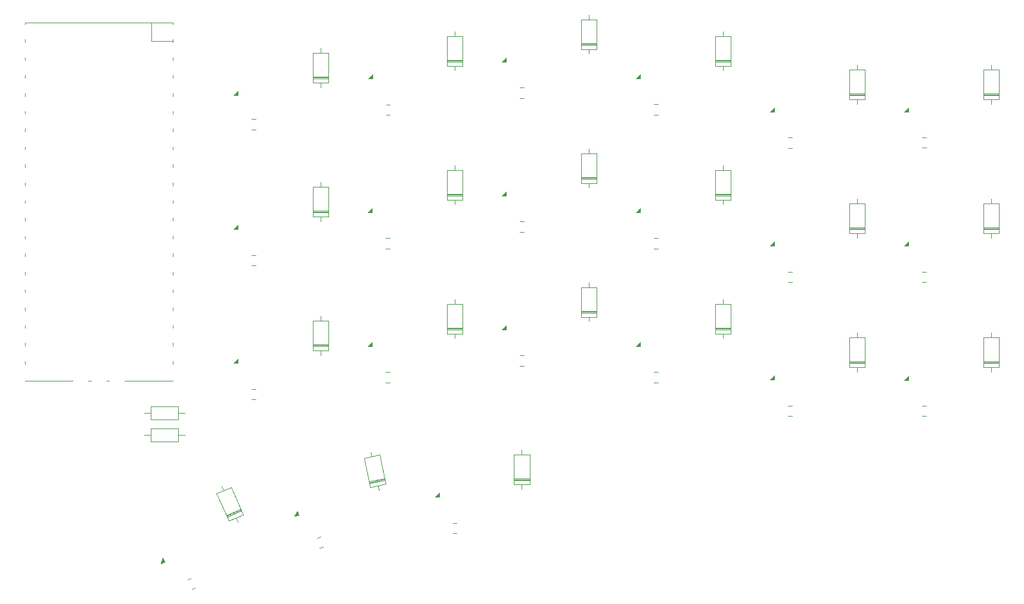
<source format=gbr>
%TF.GenerationSoftware,KiCad,Pcbnew,8.0.8*%
%TF.CreationDate,2025-03-11T20:04:36-04:00*%
%TF.ProjectId,Keyboard,4b657962-6f61-4726-942e-6b696361645f,rev?*%
%TF.SameCoordinates,Original*%
%TF.FileFunction,Legend,Bot*%
%TF.FilePolarity,Positive*%
%FSLAX46Y46*%
G04 Gerber Fmt 4.6, Leading zero omitted, Abs format (unit mm)*
G04 Created by KiCad (PCBNEW 8.0.8) date 2025-03-11 20:04:36*
%MOMM*%
%LPD*%
G01*
G04 APERTURE LIST*
%ADD10C,0.120000*%
%ADD11C,0.100000*%
G04 APERTURE END LIST*
D10*
%TO.C,D12*%
X399580000Y-186922000D02*
X399580000Y-186272000D01*
X400700000Y-186922000D02*
X398460000Y-186922000D01*
X400700000Y-191162000D02*
X400700000Y-186922000D01*
X398460000Y-190322000D02*
X400700000Y-190322000D01*
X398460000Y-190442000D02*
X400700000Y-190442000D01*
X398460000Y-190562000D02*
X400700000Y-190562000D01*
X398460000Y-186922000D02*
X398460000Y-191162000D01*
X398460000Y-191162000D02*
X400700000Y-191162000D01*
X399580000Y-191162000D02*
X399580000Y-191812000D01*
D11*
%TO.C,D23*%
X301182987Y-231286669D02*
X300595964Y-231410781D01*
X301058875Y-230699646D01*
X301182987Y-231286669D01*
G36*
X301182987Y-231286669D02*
G01*
X300595964Y-231410781D01*
X301058875Y-230699646D01*
X301182987Y-231286669D01*
G37*
%TO.C,D51*%
X330705000Y-185823000D02*
X330105000Y-185823000D01*
X330705000Y-185223000D01*
X330705000Y-185823000D01*
G36*
X330705000Y-185823000D02*
G01*
X330105000Y-185823000D01*
X330705000Y-185223000D01*
X330705000Y-185823000D01*
G37*
%TO.C,D22*%
X282153256Y-237887106D02*
X281604614Y-238129990D01*
X281910372Y-237338464D01*
X282153256Y-237887106D01*
G36*
X282153256Y-237887106D02*
G01*
X281604614Y-238129990D01*
X281910372Y-237338464D01*
X282153256Y-237887106D01*
G37*
D10*
%TO.C,C11*%
X370743748Y-198102000D02*
X371266252Y-198102000D01*
X370743748Y-196632000D02*
X371266252Y-196632000D01*
%TO.C,C19*%
X286004313Y-241797537D02*
X286482092Y-241586024D01*
X285409248Y-240453366D02*
X285887027Y-240241853D01*
%TO.C,D13*%
X304330000Y-203590000D02*
X304330000Y-202940000D01*
X305450000Y-203590000D02*
X303210000Y-203590000D01*
X305450000Y-207830000D02*
X305450000Y-203590000D01*
X303210000Y-206990000D02*
X305450000Y-206990000D01*
X303210000Y-207110000D02*
X305450000Y-207110000D01*
X303210000Y-207230000D02*
X305450000Y-207230000D01*
X303210000Y-203590000D02*
X303210000Y-207830000D01*
X303210000Y-207830000D02*
X305450000Y-207830000D01*
X304330000Y-207830000D02*
X304330000Y-208480000D01*
%TO.C,D3*%
X342430000Y-160728000D02*
X342430000Y-160078000D01*
X343550000Y-160728000D02*
X341310000Y-160728000D01*
X343550000Y-164968000D02*
X343550000Y-160728000D01*
X341310000Y-164128000D02*
X343550000Y-164128000D01*
X341310000Y-164248000D02*
X343550000Y-164248000D01*
X341310000Y-164368000D02*
X343550000Y-164368000D01*
X341310000Y-160728000D02*
X341310000Y-164968000D01*
X341310000Y-164968000D02*
X343550000Y-164968000D01*
X342430000Y-164968000D02*
X342430000Y-165618000D01*
D11*
%TO.C,D48*%
X387855000Y-173866000D02*
X387255000Y-173866000D01*
X387855000Y-173266000D01*
X387855000Y-173866000D01*
G36*
X387855000Y-173866000D02*
G01*
X387255000Y-173866000D01*
X387855000Y-173266000D01*
X387855000Y-173866000D01*
G37*
D10*
%TO.C,D10*%
X361480000Y-182159000D02*
X361480000Y-181509000D01*
X362600000Y-182159000D02*
X360360000Y-182159000D01*
X362600000Y-186399000D02*
X362600000Y-182159000D01*
X360360000Y-185559000D02*
X362600000Y-185559000D01*
X360360000Y-185679000D02*
X362600000Y-185679000D01*
X360360000Y-185799000D02*
X362600000Y-185799000D01*
X360360000Y-182159000D02*
X360360000Y-186399000D01*
X360360000Y-186399000D02*
X362600000Y-186399000D01*
X361480000Y-186399000D02*
X361480000Y-187049000D01*
%TO.C,C21*%
X323118748Y-233820000D02*
X323641252Y-233820000D01*
X323118748Y-232350000D02*
X323641252Y-232350000D01*
D11*
%TO.C,D24*%
X321180000Y-228685000D02*
X320580000Y-228685000D01*
X321180000Y-228085000D01*
X321180000Y-228685000D01*
G36*
X321180000Y-228685000D02*
G01*
X320580000Y-228685000D01*
X321180000Y-228085000D01*
X321180000Y-228685000D01*
G37*
D10*
%TO.C,U1*%
X269105000Y-212160000D02*
X262305000Y-212160000D01*
X262305000Y-209760000D02*
X262305000Y-209360000D01*
X262305000Y-207160000D02*
X262305000Y-206760000D01*
X262305000Y-204660000D02*
X262305000Y-204260000D01*
X262305000Y-202160000D02*
X262305000Y-201760000D01*
X262305000Y-199560000D02*
X262305000Y-199160000D01*
X262305000Y-197060000D02*
X262305000Y-196660000D01*
X262305000Y-194460000D02*
X262305000Y-194060000D01*
X262305000Y-191960000D02*
X262305000Y-191560000D01*
X262305000Y-189360000D02*
X262305000Y-188960000D01*
X262305000Y-186860000D02*
X262305000Y-186460000D01*
X262305000Y-184360000D02*
X262305000Y-183960000D01*
X262305000Y-181760000D02*
X262305000Y-181360000D01*
X262305000Y-179260000D02*
X262305000Y-178860000D01*
X262305000Y-176660000D02*
X262305000Y-176260000D01*
X262305000Y-174160000D02*
X262305000Y-173760000D01*
X262305000Y-171660000D02*
X262305000Y-171260000D01*
X262305000Y-169060000D02*
X262305000Y-168660000D01*
X262305000Y-166560000D02*
X262305000Y-166160000D01*
X262305000Y-163960000D02*
X262305000Y-163560000D01*
X262305000Y-161460000D02*
X262305000Y-161160000D01*
X271305000Y-212160000D02*
X271705000Y-212160000D01*
X273905000Y-212160000D02*
X274305000Y-212160000D01*
X283305000Y-212160000D02*
X276505000Y-212160000D01*
X280298000Y-161160000D02*
X280298000Y-163827000D01*
X283305000Y-209760000D02*
X283305000Y-209360000D01*
X283305000Y-207160000D02*
X283305000Y-206760000D01*
X283305000Y-204660000D02*
X283305000Y-204260000D01*
X283305000Y-202160000D02*
X283305000Y-201760000D01*
X283305000Y-199560000D02*
X283305000Y-199160000D01*
X283305000Y-197060000D02*
X283305000Y-196660000D01*
X283305000Y-194460000D02*
X283305000Y-194060000D01*
X283305000Y-191960000D02*
X283305000Y-191560000D01*
X283305000Y-189360000D02*
X283305000Y-188960000D01*
X283305000Y-186860000D02*
X283305000Y-186460000D01*
X283305000Y-184360000D02*
X283305000Y-183960000D01*
X283305000Y-181760000D02*
X283305000Y-181360000D01*
X283305000Y-179260000D02*
X283305000Y-178860000D01*
X283305000Y-176660000D02*
X283305000Y-176260000D01*
X283305000Y-174160000D02*
X283305000Y-173760000D01*
X283305000Y-171660000D02*
X283305000Y-171260000D01*
X283305000Y-169060000D02*
X283305000Y-168660000D01*
X283305000Y-166560000D02*
X283305000Y-166160000D01*
X280298000Y-163827000D02*
X283305000Y-163827000D01*
X283305000Y-163960000D02*
X283305000Y-163560000D01*
X262305000Y-161160000D02*
X283305000Y-161160000D01*
X283305000Y-161460000D02*
X283305000Y-161160000D01*
%TO.C,C6*%
X389793748Y-179001000D02*
X390316252Y-179001000D01*
X389793748Y-177531000D02*
X390316252Y-177531000D01*
D11*
%TO.C,D47*%
X368805000Y-173879000D02*
X368205000Y-173879000D01*
X368805000Y-173279000D01*
X368805000Y-173879000D01*
G36*
X368805000Y-173879000D02*
G01*
X368205000Y-173879000D01*
X368805000Y-173279000D01*
X368805000Y-173879000D01*
G37*
D10*
%TO.C,C7*%
X294543748Y-195720000D02*
X295066252Y-195720000D01*
X294543748Y-194250000D02*
X295066252Y-194250000D01*
%TO.C,D6*%
X399580000Y-167872000D02*
X399580000Y-167222000D01*
X400700000Y-167872000D02*
X398460000Y-167872000D01*
X400700000Y-172112000D02*
X400700000Y-167872000D01*
X398460000Y-171272000D02*
X400700000Y-171272000D01*
X398460000Y-171392000D02*
X400700000Y-171392000D01*
X398460000Y-171512000D02*
X400700000Y-171512000D01*
X398460000Y-167872000D02*
X398460000Y-172112000D01*
X398460000Y-172112000D02*
X400700000Y-172112000D01*
X399580000Y-172112000D02*
X399580000Y-172762000D01*
%TO.C,C9*%
X332643748Y-190958000D02*
X333166252Y-190958000D01*
X332643748Y-189488000D02*
X333166252Y-189488000D01*
%TO.C,C13*%
X294543748Y-214770000D02*
X295066252Y-214770000D01*
X294543748Y-213300000D02*
X295066252Y-213300000D01*
D11*
%TO.C,D54*%
X387855000Y-192961000D02*
X387255000Y-192961000D01*
X387855000Y-192361000D01*
X387855000Y-192961000D01*
G36*
X387855000Y-192961000D02*
G01*
X387255000Y-192961000D01*
X387855000Y-192361000D01*
X387855000Y-192961000D01*
G37*
%TO.C,D57*%
X330705000Y-204873000D02*
X330105000Y-204873000D01*
X330705000Y-204273000D01*
X330705000Y-204873000D01*
G36*
X330705000Y-204873000D02*
G01*
X330105000Y-204873000D01*
X330705000Y-204273000D01*
X330705000Y-204873000D01*
G37*
%TO.C,D46*%
X349755000Y-169142000D02*
X349155000Y-169142000D01*
X349755000Y-168542000D01*
X349755000Y-169142000D01*
G36*
X349755000Y-169142000D02*
G01*
X349155000Y-169142000D01*
X349755000Y-168542000D01*
X349755000Y-169142000D01*
G37*
%TO.C,D49*%
X292605000Y-190585000D02*
X292005000Y-190585000D01*
X292605000Y-189985000D01*
X292605000Y-190585000D01*
G36*
X292605000Y-190585000D02*
G01*
X292005000Y-190585000D01*
X292605000Y-189985000D01*
X292605000Y-190585000D01*
G37*
%TO.C,D52*%
X349755000Y-188204000D02*
X349155000Y-188204000D01*
X349755000Y-187604000D01*
X349755000Y-188204000D01*
G36*
X349755000Y-188204000D02*
G01*
X349155000Y-188204000D01*
X349755000Y-187604000D01*
X349755000Y-188204000D01*
G37*
D10*
%TO.C,C8*%
X313593748Y-193339000D02*
X314116252Y-193339000D01*
X313593748Y-191869000D02*
X314116252Y-191869000D01*
%TO.C,D11*%
X380530000Y-186922000D02*
X380530000Y-186272000D01*
X381650000Y-186922000D02*
X379410000Y-186922000D01*
X381650000Y-191162000D02*
X381650000Y-186922000D01*
X379410000Y-190322000D02*
X381650000Y-190322000D01*
X379410000Y-190442000D02*
X381650000Y-190442000D01*
X379410000Y-190562000D02*
X381650000Y-190562000D01*
X379410000Y-186922000D02*
X379410000Y-191162000D01*
X379410000Y-191162000D02*
X381650000Y-191162000D01*
X380530000Y-191162000D02*
X380530000Y-191812000D01*
D11*
%TO.C,D60*%
X387855000Y-212041000D02*
X387255000Y-212041000D01*
X387855000Y-211441000D01*
X387855000Y-212041000D01*
G36*
X387855000Y-212041000D02*
G01*
X387255000Y-212041000D01*
X387855000Y-211441000D01*
X387855000Y-212041000D01*
G37*
D10*
%TO.C,D2*%
X323380000Y-163109000D02*
X323380000Y-162459000D01*
X324500000Y-163109000D02*
X322260000Y-163109000D01*
X324500000Y-167349000D02*
X324500000Y-163109000D01*
X322260000Y-166509000D02*
X324500000Y-166509000D01*
X322260000Y-166629000D02*
X324500000Y-166629000D01*
X322260000Y-166749000D02*
X324500000Y-166749000D01*
X322260000Y-163109000D02*
X322260000Y-167349000D01*
X322260000Y-167349000D02*
X324500000Y-167349000D01*
X323380000Y-167349000D02*
X323380000Y-167999000D01*
%TO.C,C17*%
X370743748Y-217152000D02*
X371266252Y-217152000D01*
X370743748Y-215682000D02*
X371266252Y-215682000D01*
%TO.C,D7*%
X304330000Y-184555000D02*
X304330000Y-183905000D01*
X305450000Y-184555000D02*
X303210000Y-184555000D01*
X305450000Y-188795000D02*
X305450000Y-184555000D01*
X303210000Y-187955000D02*
X305450000Y-187955000D01*
X303210000Y-188075000D02*
X305450000Y-188075000D01*
X303210000Y-188195000D02*
X305450000Y-188195000D01*
X303210000Y-184555000D02*
X303210000Y-188795000D01*
X303210000Y-188795000D02*
X305450000Y-188795000D01*
X304330000Y-188795000D02*
X304330000Y-189445000D01*
%TO.C,C20*%
X303838361Y-234471250D02*
X304349565Y-234363169D01*
X304142435Y-235909457D02*
X304653639Y-235801376D01*
%TO.C,C16*%
X351693748Y-212389000D02*
X352216252Y-212389000D01*
X351693748Y-210919000D02*
X352216252Y-210919000D01*
%TO.C,D4*%
X361480000Y-163109000D02*
X361480000Y-162459000D01*
X362600000Y-163109000D02*
X360360000Y-163109000D01*
X362600000Y-167349000D02*
X362600000Y-163109000D01*
X360360000Y-166509000D02*
X362600000Y-166509000D01*
X360360000Y-166629000D02*
X362600000Y-166629000D01*
X360360000Y-166749000D02*
X362600000Y-166749000D01*
X360360000Y-163109000D02*
X360360000Y-167349000D01*
X360360000Y-167349000D02*
X362600000Y-167349000D01*
X361480000Y-167349000D02*
X361480000Y-167999000D01*
%TO.C,C3*%
X332643748Y-171908000D02*
X333166252Y-171908000D01*
X332643748Y-170438000D02*
X333166252Y-170438000D01*
D11*
%TO.C,D55*%
X292605000Y-209635000D02*
X292005000Y-209635000D01*
X292605000Y-209035000D01*
X292605000Y-209635000D01*
G36*
X292605000Y-209635000D02*
G01*
X292005000Y-209635000D01*
X292605000Y-209035000D01*
X292605000Y-209635000D01*
G37*
%TO.C,D59*%
X368805000Y-212017000D02*
X368205000Y-212017000D01*
X368805000Y-211417000D01*
X368805000Y-212017000D01*
G36*
X368805000Y-212017000D02*
G01*
X368205000Y-212017000D01*
X368805000Y-211417000D01*
X368805000Y-212017000D01*
G37*
%TO.C,D58*%
X349755000Y-207254000D02*
X349155000Y-207254000D01*
X349755000Y-206654000D01*
X349755000Y-207254000D01*
G36*
X349755000Y-207254000D02*
G01*
X349155000Y-207254000D01*
X349755000Y-206654000D01*
X349755000Y-207254000D01*
G37*
D10*
%TO.C,C1*%
X294543748Y-176395000D02*
X295066252Y-176395000D01*
X294543748Y-174925000D02*
X295066252Y-174925000D01*
%TO.C,R3*%
X284055000Y-219860000D02*
X285005000Y-219860000D01*
X284055000Y-220780000D02*
X284055000Y-218940000D01*
X280215000Y-220780000D02*
X284055000Y-220780000D01*
X284055000Y-218940000D02*
X280215000Y-218940000D01*
X280215000Y-218940000D02*
X280215000Y-220780000D01*
X280215000Y-219860000D02*
X279265000Y-219860000D01*
%TO.C,D1*%
X304330000Y-165490000D02*
X304330000Y-164840000D01*
X305450000Y-165490000D02*
X303210000Y-165490000D01*
X305450000Y-169730000D02*
X305450000Y-165490000D01*
X303210000Y-168890000D02*
X305450000Y-168890000D01*
X303210000Y-169010000D02*
X305450000Y-169010000D01*
X303210000Y-169130000D02*
X305450000Y-169130000D01*
X303210000Y-165490000D02*
X303210000Y-169730000D01*
X303210000Y-169730000D02*
X305450000Y-169730000D01*
X304330000Y-169730000D02*
X304330000Y-170380000D01*
%TO.C,C5*%
X370743748Y-179014000D02*
X371266252Y-179014000D01*
X370743748Y-177544000D02*
X371266252Y-177544000D01*
D11*
%TO.C,D44*%
X311705000Y-169180000D02*
X311105000Y-169180000D01*
X311705000Y-168580000D01*
X311705000Y-169180000D01*
G36*
X311705000Y-169180000D02*
G01*
X311105000Y-169180000D01*
X311705000Y-168580000D01*
X311705000Y-169180000D01*
G37*
%TO.C,D56*%
X311655000Y-207254000D02*
X311055000Y-207254000D01*
X311655000Y-206654000D01*
X311655000Y-207254000D01*
G36*
X311655000Y-207254000D02*
G01*
X311055000Y-207254000D01*
X311655000Y-206654000D01*
X311655000Y-207254000D01*
G37*
D10*
%TO.C,D14*%
X323380000Y-201209000D02*
X323380000Y-200559000D01*
X324500000Y-201209000D02*
X322260000Y-201209000D01*
X324500000Y-205449000D02*
X324500000Y-201209000D01*
X322260000Y-204609000D02*
X324500000Y-204609000D01*
X322260000Y-204729000D02*
X324500000Y-204729000D01*
X322260000Y-204849000D02*
X324500000Y-204849000D01*
X322260000Y-201209000D02*
X322260000Y-205449000D01*
X322260000Y-205449000D02*
X324500000Y-205449000D01*
X323380000Y-205449000D02*
X323380000Y-206099000D01*
D11*
%TO.C,D53*%
X368805000Y-192967000D02*
X368205000Y-192967000D01*
X368805000Y-192367000D01*
X368805000Y-192967000D01*
G36*
X368805000Y-192967000D02*
G01*
X368205000Y-192967000D01*
X368805000Y-192367000D01*
X368805000Y-192967000D01*
G37*
D10*
%TO.C,C15*%
X332643748Y-210008000D02*
X333166252Y-210008000D01*
X332643748Y-208538000D02*
X333166252Y-208538000D01*
%TO.C,D19*%
X290573481Y-227738163D02*
X290310356Y-227143801D01*
X291597611Y-227284780D02*
X289549350Y-228191546D01*
X293313991Y-231161846D02*
X291597611Y-227284780D01*
X290925692Y-231300514D02*
X292973953Y-230393748D01*
X290974269Y-231410242D02*
X293022530Y-230503476D01*
X291022846Y-231519971D02*
X293071107Y-230613204D01*
X289549350Y-228191546D02*
X291265729Y-232068612D01*
X291265729Y-232068612D02*
X293313991Y-231161846D01*
X292289860Y-231615229D02*
X292552984Y-232209591D01*
%TO.C,D16*%
X361480000Y-201209000D02*
X361480000Y-200559000D01*
X362600000Y-201209000D02*
X360360000Y-201209000D01*
X362600000Y-205449000D02*
X362600000Y-201209000D01*
X360360000Y-204609000D02*
X362600000Y-204609000D01*
X360360000Y-204729000D02*
X362600000Y-204729000D01*
X360360000Y-204849000D02*
X362600000Y-204849000D01*
X360360000Y-201209000D02*
X360360000Y-205449000D01*
X360360000Y-205449000D02*
X362600000Y-205449000D01*
X361480000Y-205449000D02*
X361480000Y-206099000D01*
%TO.C,C2*%
X313643748Y-174315000D02*
X314166252Y-174315000D01*
X313643748Y-172845000D02*
X314166252Y-172845000D01*
%TO.C,C10*%
X351693748Y-193339000D02*
X352216252Y-193339000D01*
X351693748Y-191869000D02*
X352216252Y-191869000D01*
%TO.C,C14*%
X313593748Y-212389000D02*
X314116252Y-212389000D01*
X313593748Y-210919000D02*
X314116252Y-210919000D01*
%TO.C,D20*%
X312490082Y-227070319D02*
X312624558Y-227706256D01*
X311394313Y-227302032D02*
X313585850Y-226838605D01*
X310517111Y-223153766D02*
X311394313Y-227302032D01*
X311270181Y-226715013D02*
X313461718Y-226251586D01*
X311245354Y-226597610D02*
X313436891Y-226134182D01*
X311220528Y-226480206D02*
X313412065Y-226016778D01*
X313585850Y-226838605D02*
X312708648Y-222690338D01*
X312708648Y-222690338D02*
X310517111Y-223153766D01*
X311612880Y-222922052D02*
X311478403Y-222286115D01*
%TO.C,C18*%
X389793748Y-217176000D02*
X390316252Y-217176000D01*
X389793748Y-215706000D02*
X390316252Y-215706000D01*
D11*
%TO.C,D50*%
X311655000Y-188204000D02*
X311055000Y-188204000D01*
X311655000Y-187604000D01*
X311655000Y-188204000D01*
G36*
X311655000Y-188204000D02*
G01*
X311055000Y-188204000D01*
X311655000Y-187604000D01*
X311655000Y-188204000D01*
G37*
D10*
%TO.C,D21*%
X332905000Y-222655000D02*
X332905000Y-222005000D01*
X334025000Y-222655000D02*
X331785000Y-222655000D01*
X334025000Y-226895000D02*
X334025000Y-222655000D01*
X331785000Y-226055000D02*
X334025000Y-226055000D01*
X331785000Y-226175000D02*
X334025000Y-226175000D01*
X331785000Y-226295000D02*
X334025000Y-226295000D01*
X331785000Y-222655000D02*
X331785000Y-226895000D01*
X331785000Y-226895000D02*
X334025000Y-226895000D01*
X332905000Y-226895000D02*
X332905000Y-227545000D01*
%TO.C,C12*%
X389793748Y-198096000D02*
X390316252Y-198096000D01*
X389793748Y-196626000D02*
X390316252Y-196626000D01*
%TO.C,D15*%
X342430000Y-198828000D02*
X342430000Y-198178000D01*
X343550000Y-198828000D02*
X341310000Y-198828000D01*
X343550000Y-203068000D02*
X343550000Y-198828000D01*
X341310000Y-202228000D02*
X343550000Y-202228000D01*
X341310000Y-202348000D02*
X343550000Y-202348000D01*
X341310000Y-202468000D02*
X343550000Y-202468000D01*
X341310000Y-198828000D02*
X341310000Y-203068000D01*
X341310000Y-203068000D02*
X343550000Y-203068000D01*
X342430000Y-203068000D02*
X342430000Y-203718000D01*
%TO.C,D8*%
X323380000Y-182159000D02*
X323380000Y-181509000D01*
X324500000Y-182159000D02*
X322260000Y-182159000D01*
X324500000Y-186399000D02*
X324500000Y-182159000D01*
X322260000Y-185559000D02*
X324500000Y-185559000D01*
X322260000Y-185679000D02*
X324500000Y-185679000D01*
X322260000Y-185799000D02*
X324500000Y-185799000D01*
X322260000Y-182159000D02*
X322260000Y-186399000D01*
X322260000Y-186399000D02*
X324500000Y-186399000D01*
X323380000Y-186399000D02*
X323380000Y-187049000D01*
%TO.C,R4*%
X284055000Y-216710000D02*
X285005000Y-216710000D01*
X284055000Y-217630000D02*
X284055000Y-215790000D01*
X280215000Y-217630000D02*
X284055000Y-217630000D01*
X284055000Y-215790000D02*
X280215000Y-215790000D01*
X280215000Y-215790000D02*
X280215000Y-217630000D01*
X280215000Y-216710000D02*
X279265000Y-216710000D01*
%TO.C,D18*%
X399580000Y-205972000D02*
X399580000Y-205322000D01*
X400700000Y-205972000D02*
X398460000Y-205972000D01*
X400700000Y-210212000D02*
X400700000Y-205972000D01*
X398460000Y-209372000D02*
X400700000Y-209372000D01*
X398460000Y-209492000D02*
X400700000Y-209492000D01*
X398460000Y-209612000D02*
X400700000Y-209612000D01*
X398460000Y-205972000D02*
X398460000Y-210212000D01*
X398460000Y-210212000D02*
X400700000Y-210212000D01*
X399580000Y-210212000D02*
X399580000Y-210862000D01*
%TO.C,D5*%
X380530000Y-167872000D02*
X380530000Y-167222000D01*
X381650000Y-167872000D02*
X379410000Y-167872000D01*
X381650000Y-172112000D02*
X381650000Y-167872000D01*
X379410000Y-171272000D02*
X381650000Y-171272000D01*
X379410000Y-171392000D02*
X381650000Y-171392000D01*
X379410000Y-171512000D02*
X381650000Y-171512000D01*
X379410000Y-167872000D02*
X379410000Y-172112000D01*
X379410000Y-172112000D02*
X381650000Y-172112000D01*
X380530000Y-172112000D02*
X380530000Y-172762000D01*
%TO.C,C4*%
X351693748Y-174277000D02*
X352216252Y-174277000D01*
X351693748Y-172807000D02*
X352216252Y-172807000D01*
D11*
%TO.C,D43*%
X292605000Y-171510000D02*
X292005000Y-171510000D01*
X292605000Y-170910000D01*
X292605000Y-171510000D01*
G36*
X292605000Y-171510000D02*
G01*
X292005000Y-171510000D01*
X292605000Y-170910000D01*
X292605000Y-171510000D01*
G37*
D10*
%TO.C,D17*%
X380530000Y-205972000D02*
X380530000Y-205322000D01*
X381650000Y-205972000D02*
X379410000Y-205972000D01*
X381650000Y-210212000D02*
X381650000Y-205972000D01*
X379410000Y-209372000D02*
X381650000Y-209372000D01*
X379410000Y-209492000D02*
X381650000Y-209492000D01*
X379410000Y-209612000D02*
X381650000Y-209612000D01*
X379410000Y-205972000D02*
X379410000Y-210212000D01*
X379410000Y-210212000D02*
X381650000Y-210212000D01*
X380530000Y-210212000D02*
X380530000Y-210862000D01*
D11*
%TO.C,D45*%
X330705000Y-166773000D02*
X330105000Y-166773000D01*
X330705000Y-166173000D01*
X330705000Y-166773000D01*
G36*
X330705000Y-166773000D02*
G01*
X330105000Y-166773000D01*
X330705000Y-166173000D01*
X330705000Y-166773000D01*
G37*
D10*
%TO.C,D9*%
X342430000Y-179778000D02*
X342430000Y-179128000D01*
X343550000Y-179778000D02*
X341310000Y-179778000D01*
X343550000Y-184018000D02*
X343550000Y-179778000D01*
X341310000Y-183178000D02*
X343550000Y-183178000D01*
X341310000Y-183298000D02*
X343550000Y-183298000D01*
X341310000Y-183418000D02*
X343550000Y-183418000D01*
X341310000Y-179778000D02*
X341310000Y-184018000D01*
X341310000Y-184018000D02*
X343550000Y-184018000D01*
X342430000Y-184018000D02*
X342430000Y-184668000D01*
%TD*%
M02*

</source>
